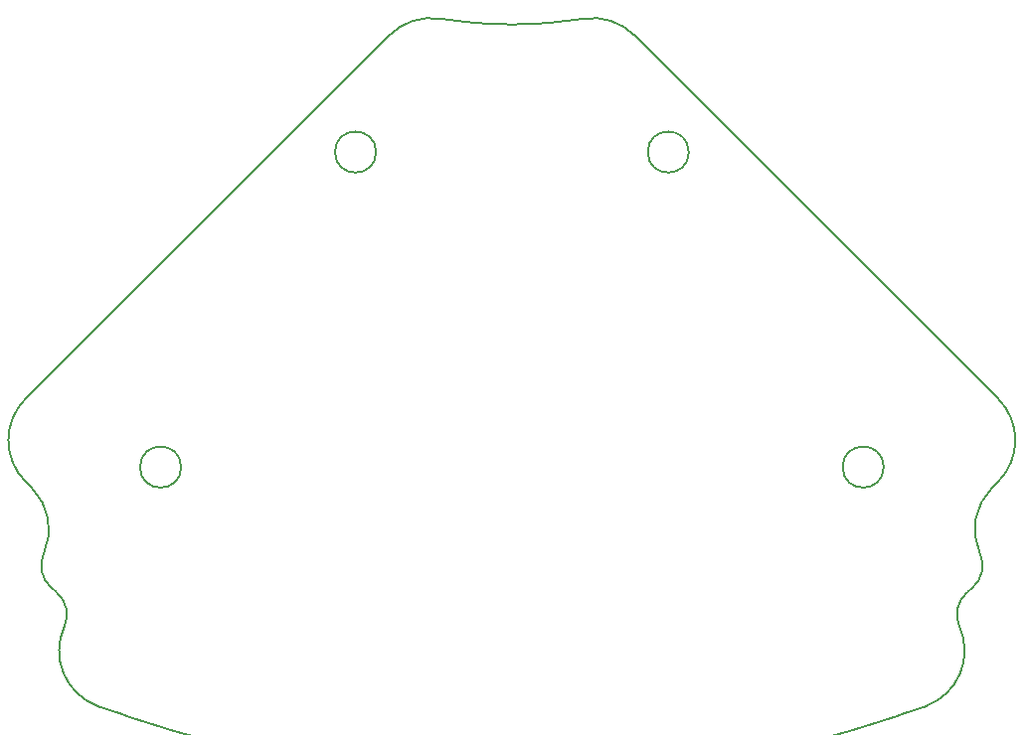
<source format=gbr>
G04 #@! TF.GenerationSoftware,KiCad,Pcbnew,(6.0.10)*
G04 #@! TF.CreationDate,2025-01-19T13:34:08+09:00*
G04 #@! TF.ProjectId,LINE____V2,4c494e45-b9ec-4fcd-9656-322e6b696361,rev?*
G04 #@! TF.SameCoordinates,Original*
G04 #@! TF.FileFunction,Profile,NP*
%FSLAX46Y46*%
G04 Gerber Fmt 4.6, Leading zero omitted, Abs format (unit mm)*
G04 Created by KiCad (PCBNEW (6.0.10)) date 2025-01-19 13:34:08*
%MOMM*%
%LPD*%
G01*
G04 APERTURE LIST*
G04 #@! TA.AperFunction,Profile*
%ADD10C,0.200000*%
G04 #@! TD*
G04 APERTURE END LIST*
D10*
X-33469261Y-58727021D02*
X-32756401Y-58943919D01*
X-39221117Y-48011063D02*
X-38758571Y-48411629D01*
X32756401Y-58943919D02*
X33469261Y-58727021D01*
X-35280606Y-58082185D02*
X-33469261Y-58727021D01*
X-10427413Y-910589D02*
X-24724508Y-15207684D01*
X10427413Y-910589D02*
G75*
G03*
X6093370Y489704I-3535533J-3535531D01*
G01*
X33469261Y-58727021D02*
X35280606Y-58082185D01*
X-38116655Y-51330217D02*
G75*
G03*
X-38758571Y-48411629I-2278532J1028744D01*
G01*
X35280609Y-58082192D02*
G75*
G03*
X38116655Y-51330217I-1721009J4694482D01*
G01*
X-39863033Y-45092476D02*
G75*
G03*
X-40884553Y-39499454I-4557053J2057488D01*
G01*
X40884553Y-39499454D02*
X41414882Y-38969125D01*
X-39863033Y-45092476D02*
G75*
G03*
X-39221117Y-48011063I2278525J-1028745D01*
G01*
X41414882Y-31898057D02*
X24724508Y-15207684D01*
X-32756401Y-58943919D02*
X-32756401Y-58970361D01*
X15066034Y-10870277D02*
G75*
G03*
X15066034Y-10870277I-1750000J0D01*
G01*
X41414881Y-38969124D02*
G75*
G03*
X41414882Y-31898057I-3535531J3535534D01*
G01*
X-41414882Y-38969125D02*
X-40884553Y-39499454D01*
X40884554Y-39499455D02*
G75*
G03*
X39863033Y-45092476I3535536J-3535535D01*
G01*
X-24724508Y-15207684D02*
X-41414882Y-31898057D01*
X31665390Y-37722679D02*
G75*
G03*
X31665390Y-37722679I-1750000J0D01*
G01*
X38758571Y-48411629D02*
X39221117Y-48011063D01*
X38758568Y-48411626D02*
G75*
G03*
X38116655Y-51330217I1636622J-1889844D01*
G01*
X24724508Y-15207684D02*
X10427413Y-910589D01*
X-41414882Y-31898057D02*
G75*
G03*
X-41414882Y-38969125I3535534J-3535534D01*
G01*
X-32756401Y-58970361D02*
G75*
G03*
X32756401Y-58970361I32756401J97125009D01*
G01*
X39221116Y-48011062D02*
G75*
G03*
X39863033Y-45092476I-1636606J1889842D01*
G01*
X-28165390Y-37722679D02*
G75*
G03*
X-28165390Y-37722679I-1750000J0D01*
G01*
X-6093370Y489704D02*
G75*
G03*
X-10427413Y-910589I-798510J-4935823D01*
G01*
X32756401Y-58970361D02*
X32756401Y-58943919D01*
X-38116655Y-51330217D02*
G75*
G03*
X-35280606Y-58082185I4557054J-2057488D01*
G01*
X-11566034Y-10870277D02*
G75*
G03*
X-11566034Y-10870277I-1750000J0D01*
G01*
X-6093370Y489704D02*
G75*
G03*
X6093370Y489704I6093370J37664944D01*
G01*
M02*

</source>
